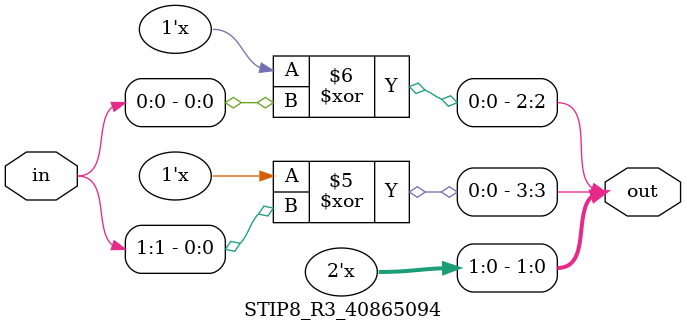
<source format=v>
module  STIP8_R3_40865094(in,out);
input[3:0] in;
output[3:0] out;
wire[3:0] out;
assign out[7]=in[6]^in[5];
assign out[6]=in[6]^in[4];
assign out[5]=in[6]^in[3];
assign out[4]=in[6]^in[2];
assign out[3]=in[6]^in[1];
assign out[2]=in[6]^in[0];
assign out[1]=in[6];
assign out[0]=in[7]^in[6];
endmodule

</source>
